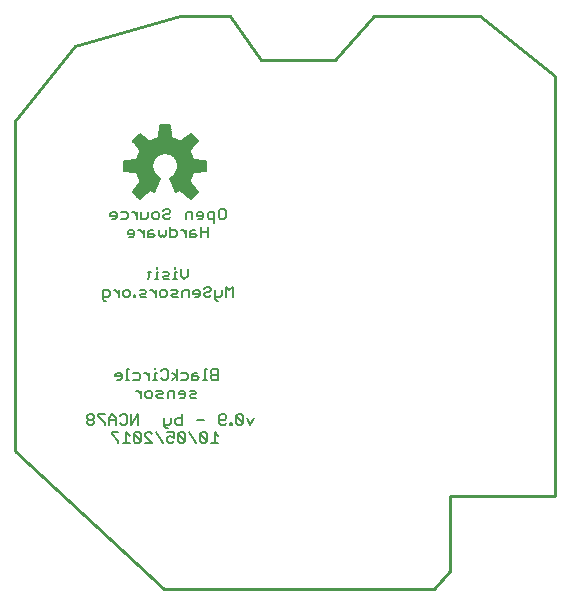
<source format=gbo>
G75*
%MOIN*%
%OFA0B0*%
%FSLAX25Y25*%
%IPPOS*%
%LPD*%
%AMOC8*
5,1,8,0,0,1.08239X$1,22.5*
%
%ADD10C,0.01000*%
%ADD11C,0.00600*%
%ADD12C,0.00591*%
D10*
X0001500Y0051000D02*
X0001500Y0161000D01*
X0021500Y0186000D01*
X0056500Y0196000D01*
X0073000Y0196000D01*
X0083606Y0181425D01*
X0108106Y0181425D01*
X0121000Y0196000D01*
X0156500Y0196000D01*
X0181500Y0176000D01*
X0181500Y0036000D01*
X0146500Y0036000D01*
X0146500Y0011000D01*
X0141000Y0005000D01*
X0051000Y0005000D01*
X0001500Y0051000D01*
D11*
X0025412Y0060367D02*
X0025979Y0059800D01*
X0027113Y0059800D01*
X0027680Y0060367D01*
X0027680Y0060934D01*
X0027113Y0061501D01*
X0025979Y0061501D01*
X0025412Y0060934D01*
X0025412Y0060367D01*
X0025979Y0061501D02*
X0025412Y0062069D01*
X0025412Y0062636D01*
X0025979Y0063203D01*
X0027113Y0063203D01*
X0027680Y0062636D01*
X0027680Y0062069D01*
X0027113Y0061501D01*
X0029095Y0062636D02*
X0031364Y0060367D01*
X0031364Y0059800D01*
X0032778Y0059800D02*
X0032778Y0062069D01*
X0033912Y0063203D01*
X0035047Y0062069D01*
X0035047Y0059800D01*
X0036461Y0060367D02*
X0037028Y0059800D01*
X0038163Y0059800D01*
X0038730Y0060367D01*
X0038730Y0062636D01*
X0038163Y0063203D01*
X0037028Y0063203D01*
X0036461Y0062636D01*
X0035047Y0061501D02*
X0032778Y0061501D01*
X0031364Y0063203D02*
X0029095Y0063203D01*
X0029095Y0062636D01*
X0033699Y0057203D02*
X0033699Y0056636D01*
X0035967Y0054367D01*
X0035967Y0053800D01*
X0037382Y0053800D02*
X0039651Y0053800D01*
X0038516Y0053800D02*
X0038516Y0057203D01*
X0039651Y0056069D01*
X0041065Y0056636D02*
X0041065Y0054367D01*
X0041632Y0053800D01*
X0042767Y0053800D01*
X0043334Y0054367D01*
X0041065Y0056636D01*
X0041632Y0057203D01*
X0042767Y0057203D01*
X0043334Y0056636D01*
X0043334Y0054367D01*
X0044748Y0053800D02*
X0047017Y0053800D01*
X0044748Y0056069D01*
X0044748Y0056636D01*
X0045315Y0057203D01*
X0046450Y0057203D01*
X0047017Y0056636D01*
X0048431Y0057203D02*
X0050700Y0053800D01*
X0052115Y0054367D02*
X0052682Y0053800D01*
X0053816Y0053800D01*
X0054383Y0054367D01*
X0054383Y0055501D02*
X0053249Y0056069D01*
X0052682Y0056069D01*
X0052115Y0055501D01*
X0052115Y0054367D01*
X0052115Y0057203D02*
X0054383Y0057203D01*
X0054383Y0055501D01*
X0055798Y0056636D02*
X0055798Y0054367D01*
X0056365Y0053800D01*
X0057499Y0053800D01*
X0058066Y0054367D01*
X0055798Y0056636D01*
X0056365Y0057203D01*
X0057499Y0057203D01*
X0058066Y0056636D01*
X0058066Y0054367D01*
X0059481Y0057203D02*
X0061749Y0053800D01*
X0063164Y0054367D02*
X0063731Y0053800D01*
X0064865Y0053800D01*
X0065433Y0054367D01*
X0063164Y0056636D01*
X0063164Y0054367D01*
X0063164Y0056636D02*
X0063731Y0057203D01*
X0064865Y0057203D01*
X0065433Y0056636D01*
X0065433Y0054367D01*
X0066847Y0053800D02*
X0069116Y0053800D01*
X0067981Y0053800D02*
X0067981Y0057203D01*
X0069116Y0056069D01*
X0070177Y0059800D02*
X0069609Y0060367D01*
X0069609Y0062636D01*
X0070177Y0063203D01*
X0071311Y0063203D01*
X0071878Y0062636D01*
X0071878Y0062069D01*
X0071311Y0061501D01*
X0069609Y0061501D01*
X0070177Y0059800D02*
X0071311Y0059800D01*
X0071878Y0060367D01*
X0073153Y0060367D02*
X0073153Y0059800D01*
X0073720Y0059800D01*
X0073720Y0060367D01*
X0073153Y0060367D01*
X0075134Y0060367D02*
X0075134Y0062636D01*
X0077403Y0060367D01*
X0076836Y0059800D01*
X0075701Y0059800D01*
X0075134Y0060367D01*
X0075134Y0062636D02*
X0075701Y0063203D01*
X0076836Y0063203D01*
X0077403Y0062636D01*
X0077403Y0060367D01*
X0078817Y0062069D02*
X0079952Y0059800D01*
X0081086Y0062069D01*
X0069002Y0074800D02*
X0067300Y0074800D01*
X0066733Y0075367D01*
X0066733Y0075934D01*
X0067300Y0076501D01*
X0069002Y0076501D01*
X0069002Y0074800D02*
X0069002Y0078203D01*
X0067300Y0078203D01*
X0066733Y0077636D01*
X0066733Y0077069D01*
X0067300Y0076501D01*
X0065319Y0074800D02*
X0064184Y0074800D01*
X0064752Y0074800D02*
X0064752Y0078203D01*
X0065319Y0078203D01*
X0062296Y0077069D02*
X0061162Y0077069D01*
X0060595Y0076501D01*
X0060595Y0074800D01*
X0062296Y0074800D01*
X0062863Y0075367D01*
X0062296Y0075934D01*
X0060595Y0075934D01*
X0059180Y0075367D02*
X0058613Y0074800D01*
X0056912Y0074800D01*
X0055497Y0074800D02*
X0055497Y0078203D01*
X0056912Y0077069D02*
X0058613Y0077069D01*
X0059180Y0076501D01*
X0059180Y0075367D01*
X0055497Y0075934D02*
X0053796Y0077069D01*
X0052428Y0077636D02*
X0052428Y0075367D01*
X0051861Y0074800D01*
X0050726Y0074800D01*
X0050159Y0075367D01*
X0048745Y0074800D02*
X0047610Y0074800D01*
X0048177Y0074800D02*
X0048177Y0077069D01*
X0048745Y0077069D01*
X0048177Y0078203D02*
X0048177Y0078770D01*
X0050159Y0077636D02*
X0050726Y0078203D01*
X0051861Y0078203D01*
X0052428Y0077636D01*
X0053796Y0074800D02*
X0055497Y0075934D01*
X0054576Y0071069D02*
X0052875Y0071069D01*
X0052308Y0070501D01*
X0052308Y0068800D01*
X0050893Y0068800D02*
X0049192Y0068800D01*
X0048624Y0069367D01*
X0049192Y0069934D01*
X0050326Y0069934D01*
X0050893Y0070501D01*
X0050326Y0071069D01*
X0048624Y0071069D01*
X0047210Y0070501D02*
X0047210Y0069367D01*
X0046643Y0068800D01*
X0045508Y0068800D01*
X0044941Y0069367D01*
X0044941Y0070501D01*
X0045508Y0071069D01*
X0046643Y0071069D01*
X0047210Y0070501D01*
X0043527Y0069934D02*
X0042392Y0071069D01*
X0041825Y0071069D01*
X0043527Y0071069D02*
X0043527Y0068800D01*
X0042413Y0063203D02*
X0040144Y0059800D01*
X0040144Y0063203D01*
X0042413Y0063203D02*
X0042413Y0059800D01*
X0035967Y0057203D02*
X0033699Y0057203D01*
X0051194Y0059233D02*
X0051761Y0058666D01*
X0052328Y0058666D01*
X0052895Y0059800D02*
X0051194Y0059800D01*
X0051194Y0059233D02*
X0051194Y0062069D01*
X0053462Y0062069D02*
X0053462Y0060367D01*
X0052895Y0059800D01*
X0054877Y0060367D02*
X0054877Y0061501D01*
X0055444Y0062069D01*
X0057146Y0062069D01*
X0057146Y0063203D02*
X0057146Y0059800D01*
X0055444Y0059800D01*
X0054877Y0060367D01*
X0062243Y0061501D02*
X0064512Y0061501D01*
X0061943Y0068800D02*
X0060241Y0068800D01*
X0059674Y0069367D01*
X0060241Y0069934D01*
X0061375Y0069934D01*
X0061943Y0070501D01*
X0061375Y0071069D01*
X0059674Y0071069D01*
X0058259Y0070501D02*
X0057692Y0071069D01*
X0056558Y0071069D01*
X0055991Y0070501D01*
X0055991Y0069934D01*
X0058259Y0069934D01*
X0058259Y0069367D02*
X0058259Y0070501D01*
X0058259Y0069367D02*
X0057692Y0068800D01*
X0056558Y0068800D01*
X0054576Y0068800D02*
X0054576Y0071069D01*
X0046289Y0074800D02*
X0046289Y0077069D01*
X0045155Y0077069D02*
X0044588Y0077069D01*
X0045155Y0077069D02*
X0046289Y0075934D01*
X0043220Y0075367D02*
X0042653Y0074800D01*
X0040951Y0074800D01*
X0039537Y0074800D02*
X0038402Y0074800D01*
X0038970Y0074800D02*
X0038970Y0078203D01*
X0039537Y0078203D01*
X0040951Y0077069D02*
X0042653Y0077069D01*
X0043220Y0076501D01*
X0043220Y0075367D01*
X0037081Y0075367D02*
X0036514Y0074800D01*
X0035380Y0074800D01*
X0034813Y0075934D02*
X0037081Y0075934D01*
X0037081Y0075367D02*
X0037081Y0076501D01*
X0036514Y0077069D01*
X0035380Y0077069D01*
X0034813Y0076501D01*
X0034813Y0075934D01*
X0031843Y0101166D02*
X0031276Y0101166D01*
X0030709Y0101733D01*
X0030709Y0104569D01*
X0032410Y0104569D01*
X0032977Y0104001D01*
X0032977Y0102867D01*
X0032410Y0102300D01*
X0030709Y0102300D01*
X0034345Y0104569D02*
X0034912Y0104569D01*
X0036047Y0103434D01*
X0036047Y0102300D02*
X0036047Y0104569D01*
X0037461Y0104001D02*
X0037461Y0102867D01*
X0038028Y0102300D01*
X0039163Y0102300D01*
X0039730Y0102867D01*
X0039730Y0104001D01*
X0039163Y0104569D01*
X0038028Y0104569D01*
X0037461Y0104001D01*
X0041004Y0102867D02*
X0041004Y0102300D01*
X0041571Y0102300D01*
X0041571Y0102867D01*
X0041004Y0102867D01*
X0042986Y0102867D02*
X0043553Y0103434D01*
X0044687Y0103434D01*
X0045255Y0104001D01*
X0044687Y0104569D01*
X0042986Y0104569D01*
X0042986Y0102867D02*
X0043553Y0102300D01*
X0045255Y0102300D01*
X0046622Y0104569D02*
X0047189Y0104569D01*
X0048324Y0103434D01*
X0048324Y0102300D02*
X0048324Y0104569D01*
X0049738Y0104001D02*
X0049738Y0102867D01*
X0050305Y0102300D01*
X0051440Y0102300D01*
X0052007Y0102867D01*
X0052007Y0104001D01*
X0051440Y0104569D01*
X0050305Y0104569D01*
X0049738Y0104001D01*
X0053421Y0104569D02*
X0055123Y0104569D01*
X0055690Y0104001D01*
X0055123Y0103434D01*
X0053989Y0103434D01*
X0053421Y0102867D01*
X0053989Y0102300D01*
X0055690Y0102300D01*
X0057105Y0102300D02*
X0057105Y0104001D01*
X0057672Y0104569D01*
X0059373Y0104569D01*
X0059373Y0102300D01*
X0060788Y0103434D02*
X0063056Y0103434D01*
X0063056Y0102867D02*
X0063056Y0104001D01*
X0062489Y0104569D01*
X0061355Y0104569D01*
X0060788Y0104001D01*
X0060788Y0103434D01*
X0061355Y0102300D02*
X0062489Y0102300D01*
X0063056Y0102867D01*
X0064471Y0102867D02*
X0064471Y0103434D01*
X0065038Y0104001D01*
X0066172Y0104001D01*
X0066740Y0104569D01*
X0066740Y0105136D01*
X0066172Y0105703D01*
X0065038Y0105703D01*
X0064471Y0105136D01*
X0064471Y0102867D02*
X0065038Y0102300D01*
X0066172Y0102300D01*
X0066740Y0102867D01*
X0068154Y0102300D02*
X0069856Y0102300D01*
X0070423Y0102867D01*
X0070423Y0104569D01*
X0071837Y0105703D02*
X0071837Y0102300D01*
X0074106Y0102300D02*
X0074106Y0105703D01*
X0072972Y0104569D01*
X0071837Y0105703D01*
X0068154Y0104569D02*
X0068154Y0101733D01*
X0068721Y0101166D01*
X0069288Y0101166D01*
X0059066Y0109434D02*
X0057932Y0108300D01*
X0056798Y0109434D01*
X0056798Y0111703D01*
X0055383Y0110569D02*
X0054816Y0110569D01*
X0054816Y0108300D01*
X0055383Y0108300D02*
X0054249Y0108300D01*
X0052928Y0108300D02*
X0051226Y0108300D01*
X0050659Y0108867D01*
X0051226Y0109434D01*
X0052361Y0109434D01*
X0052928Y0110001D01*
X0052361Y0110569D01*
X0050659Y0110569D01*
X0049245Y0110569D02*
X0048677Y0110569D01*
X0048677Y0108300D01*
X0048110Y0108300D02*
X0049245Y0108300D01*
X0046789Y0110569D02*
X0045655Y0110569D01*
X0046222Y0111136D02*
X0046222Y0108867D01*
X0045655Y0108300D01*
X0048677Y0111703D02*
X0048677Y0112270D01*
X0054816Y0112270D02*
X0054816Y0111703D01*
X0059066Y0111703D02*
X0059066Y0109434D01*
X0058452Y0122300D02*
X0058452Y0124569D01*
X0057318Y0124569D02*
X0058452Y0123434D01*
X0059867Y0123434D02*
X0061568Y0123434D01*
X0062136Y0122867D01*
X0061568Y0122300D01*
X0059867Y0122300D01*
X0059867Y0124001D01*
X0060434Y0124569D01*
X0061568Y0124569D01*
X0063550Y0124001D02*
X0065819Y0124001D01*
X0065819Y0122300D02*
X0065819Y0125703D01*
X0063550Y0125703D02*
X0063550Y0122300D01*
X0063717Y0128300D02*
X0062583Y0128300D01*
X0063717Y0128300D02*
X0064284Y0128867D01*
X0064284Y0130001D01*
X0063717Y0130569D01*
X0062583Y0130569D01*
X0062015Y0130001D01*
X0062015Y0129434D01*
X0064284Y0129434D01*
X0065699Y0128867D02*
X0066266Y0128300D01*
X0067967Y0128300D01*
X0067967Y0127166D02*
X0067967Y0130569D01*
X0066266Y0130569D01*
X0065699Y0130001D01*
X0065699Y0128867D01*
X0069382Y0128867D02*
X0069949Y0128300D01*
X0071083Y0128300D01*
X0071650Y0128867D01*
X0071650Y0131136D01*
X0071083Y0131703D01*
X0069949Y0131703D01*
X0069382Y0131136D01*
X0069382Y0128867D01*
X0060601Y0128300D02*
X0060601Y0130569D01*
X0058899Y0130569D01*
X0058332Y0130001D01*
X0058332Y0128300D01*
X0057318Y0124569D02*
X0056751Y0124569D01*
X0055383Y0124001D02*
X0054816Y0124569D01*
X0053115Y0124569D01*
X0053115Y0125703D02*
X0053115Y0122300D01*
X0054816Y0122300D01*
X0055383Y0122867D01*
X0055383Y0124001D01*
X0051700Y0124569D02*
X0051700Y0122867D01*
X0051133Y0122300D01*
X0050566Y0122867D01*
X0049999Y0122300D01*
X0049431Y0122867D01*
X0049431Y0124569D01*
X0047450Y0124569D02*
X0046315Y0124569D01*
X0045748Y0124001D01*
X0045748Y0122300D01*
X0047450Y0122300D01*
X0048017Y0122867D01*
X0047450Y0123434D01*
X0045748Y0123434D01*
X0044334Y0123434D02*
X0043199Y0124569D01*
X0042632Y0124569D01*
X0041264Y0124001D02*
X0040697Y0124569D01*
X0039563Y0124569D01*
X0038996Y0124001D01*
X0038996Y0123434D01*
X0041264Y0123434D01*
X0041264Y0122867D02*
X0041264Y0124001D01*
X0041264Y0122867D02*
X0040697Y0122300D01*
X0039563Y0122300D01*
X0044334Y0122300D02*
X0044334Y0124569D01*
X0043600Y0128300D02*
X0043600Y0130569D01*
X0042185Y0130569D02*
X0042185Y0128300D01*
X0042185Y0129434D02*
X0041051Y0130569D01*
X0040484Y0130569D01*
X0039116Y0130001D02*
X0039116Y0128867D01*
X0038549Y0128300D01*
X0036847Y0128300D01*
X0035433Y0128867D02*
X0035433Y0130001D01*
X0034866Y0130569D01*
X0033731Y0130569D01*
X0033164Y0130001D01*
X0033164Y0129434D01*
X0035433Y0129434D01*
X0035433Y0128867D02*
X0034866Y0128300D01*
X0033731Y0128300D01*
X0036847Y0130569D02*
X0038549Y0130569D01*
X0039116Y0130001D01*
X0043600Y0128300D02*
X0045301Y0128300D01*
X0045868Y0128867D01*
X0045868Y0130569D01*
X0047283Y0130001D02*
X0047850Y0130569D01*
X0048984Y0130569D01*
X0049552Y0130001D01*
X0049552Y0128867D01*
X0048984Y0128300D01*
X0047850Y0128300D01*
X0047283Y0128867D01*
X0047283Y0130001D01*
X0050966Y0129434D02*
X0050966Y0128867D01*
X0051533Y0128300D01*
X0052668Y0128300D01*
X0053235Y0128867D01*
X0052668Y0130001D02*
X0051533Y0130001D01*
X0050966Y0129434D01*
X0050966Y0131136D02*
X0051533Y0131703D01*
X0052668Y0131703D01*
X0053235Y0131136D01*
X0053235Y0130569D01*
X0052668Y0130001D01*
D12*
X0058379Y0136450D02*
X0061292Y0136450D01*
X0061881Y0137039D02*
X0057657Y0137039D01*
X0056934Y0137628D02*
X0062267Y0137628D01*
X0062358Y0137517D02*
X0059983Y0135142D01*
X0056520Y0137966D01*
X0055838Y0137578D01*
X0055126Y0137248D01*
X0053148Y0142022D01*
X0053791Y0142354D01*
X0054370Y0142789D01*
X0054867Y0143315D01*
X0055269Y0143917D01*
X0055565Y0144578D01*
X0055745Y0145279D01*
X0055806Y0146000D01*
X0055731Y0146804D01*
X0055506Y0147580D01*
X0055141Y0148300D01*
X0054647Y0148939D01*
X0054043Y0149475D01*
X0053350Y0149889D01*
X0052591Y0150166D01*
X0051794Y0150296D01*
X0050987Y0150276D01*
X0050197Y0150104D01*
X0049454Y0149789D01*
X0048783Y0149340D01*
X0048207Y0148774D01*
X0047747Y0148111D01*
X0047419Y0147373D01*
X0047234Y0146587D01*
X0047200Y0145780D01*
X0047316Y0144981D01*
X0047580Y0144217D01*
X0047982Y0143517D01*
X0048507Y0142904D01*
X0049138Y0142399D01*
X0049852Y0142022D01*
X0047874Y0137248D01*
X0047162Y0137578D01*
X0046480Y0137966D01*
X0043017Y0135142D01*
X0040642Y0137517D01*
X0043466Y0140980D01*
X0042961Y0141897D01*
X0042561Y0142864D01*
X0042269Y0143869D01*
X0037823Y0144321D01*
X0037823Y0147679D01*
X0042269Y0148131D01*
X0042561Y0149136D01*
X0042961Y0150103D01*
X0043466Y0151020D01*
X0040642Y0154483D01*
X0043017Y0156858D01*
X0046480Y0154034D01*
X0047397Y0154539D01*
X0048364Y0154939D01*
X0049369Y0155231D01*
X0049821Y0159677D01*
X0053179Y0159677D01*
X0053631Y0155231D01*
X0054636Y0154939D01*
X0055603Y0154539D01*
X0056520Y0154034D01*
X0059983Y0156858D01*
X0062358Y0154483D01*
X0059534Y0151020D01*
X0060039Y0150103D01*
X0060439Y0149136D01*
X0060731Y0148131D01*
X0065177Y0147679D01*
X0065177Y0144321D01*
X0060731Y0143869D01*
X0060439Y0142864D01*
X0060039Y0141897D01*
X0059534Y0140980D01*
X0062358Y0137517D01*
X0061787Y0138217D02*
X0054724Y0138217D01*
X0054968Y0137628D02*
X0055926Y0137628D01*
X0054480Y0138806D02*
X0061307Y0138806D01*
X0060826Y0139395D02*
X0054236Y0139395D01*
X0053992Y0139984D02*
X0060346Y0139984D01*
X0059866Y0140573D02*
X0053748Y0140573D01*
X0053504Y0141163D02*
X0059635Y0141163D01*
X0059959Y0141752D02*
X0053260Y0141752D01*
X0053766Y0142341D02*
X0060223Y0142341D01*
X0060458Y0142930D02*
X0054502Y0142930D01*
X0055003Y0143519D02*
X0060629Y0143519D01*
X0063081Y0144108D02*
X0055354Y0144108D01*
X0055595Y0144697D02*
X0065177Y0144697D01*
X0065177Y0145286D02*
X0055746Y0145286D01*
X0055796Y0145875D02*
X0065177Y0145875D01*
X0065177Y0146464D02*
X0055763Y0146464D01*
X0055658Y0147053D02*
X0065177Y0147053D01*
X0065177Y0147642D02*
X0055474Y0147642D01*
X0055176Y0148231D02*
X0060702Y0148231D01*
X0060531Y0148820D02*
X0054739Y0148820D01*
X0054117Y0149409D02*
X0060326Y0149409D01*
X0060082Y0149998D02*
X0053049Y0149998D01*
X0049948Y0149998D02*
X0042918Y0149998D01*
X0042674Y0149409D02*
X0048886Y0149409D01*
X0048253Y0148820D02*
X0042469Y0148820D01*
X0042298Y0148231D02*
X0047830Y0148231D01*
X0047538Y0147642D02*
X0037823Y0147642D01*
X0037823Y0147053D02*
X0047344Y0147053D01*
X0047229Y0146464D02*
X0037823Y0146464D01*
X0037823Y0145875D02*
X0047204Y0145875D01*
X0047272Y0145286D02*
X0037823Y0145286D01*
X0037823Y0144697D02*
X0047414Y0144697D01*
X0047643Y0144108D02*
X0039919Y0144108D01*
X0042371Y0143519D02*
X0047981Y0143519D01*
X0048485Y0142930D02*
X0042542Y0142930D01*
X0042777Y0142341D02*
X0049249Y0142341D01*
X0049740Y0141752D02*
X0043041Y0141752D01*
X0043365Y0141163D02*
X0049496Y0141163D01*
X0049252Y0140573D02*
X0043134Y0140573D01*
X0042654Y0139984D02*
X0049008Y0139984D01*
X0048764Y0139395D02*
X0042174Y0139395D01*
X0041693Y0138806D02*
X0048520Y0138806D01*
X0048276Y0138217D02*
X0041213Y0138217D01*
X0040733Y0137628D02*
X0046066Y0137628D01*
X0045343Y0137039D02*
X0041119Y0137039D01*
X0041708Y0136450D02*
X0044621Y0136450D01*
X0043899Y0135861D02*
X0042297Y0135861D01*
X0042886Y0135272D02*
X0043176Y0135272D01*
X0047074Y0137628D02*
X0048032Y0137628D01*
X0059101Y0135861D02*
X0060703Y0135861D01*
X0060114Y0135272D02*
X0059824Y0135272D01*
X0059772Y0150588D02*
X0043228Y0150588D01*
X0043338Y0151177D02*
X0059662Y0151177D01*
X0060142Y0151766D02*
X0042858Y0151766D01*
X0042378Y0152355D02*
X0060622Y0152355D01*
X0061103Y0152944D02*
X0041897Y0152944D01*
X0041417Y0153533D02*
X0061583Y0153533D01*
X0062063Y0154122D02*
X0056628Y0154122D01*
X0056361Y0154122D02*
X0046639Y0154122D01*
X0046372Y0154122D02*
X0040937Y0154122D01*
X0040869Y0154711D02*
X0045650Y0154711D01*
X0044928Y0155300D02*
X0041458Y0155300D01*
X0042047Y0155889D02*
X0044205Y0155889D01*
X0043483Y0156478D02*
X0042636Y0156478D01*
X0047812Y0154711D02*
X0055188Y0154711D01*
X0053624Y0155300D02*
X0049376Y0155300D01*
X0049436Y0155889D02*
X0053564Y0155889D01*
X0053504Y0156478D02*
X0049496Y0156478D01*
X0049556Y0157067D02*
X0053444Y0157067D01*
X0053385Y0157656D02*
X0049615Y0157656D01*
X0049675Y0158245D02*
X0053325Y0158245D01*
X0053265Y0158834D02*
X0049735Y0158834D01*
X0049795Y0159423D02*
X0053205Y0159423D01*
X0057350Y0154711D02*
X0062131Y0154711D01*
X0061542Y0155300D02*
X0058072Y0155300D01*
X0058795Y0155889D02*
X0060953Y0155889D01*
X0060364Y0156478D02*
X0059517Y0156478D01*
M02*

</source>
